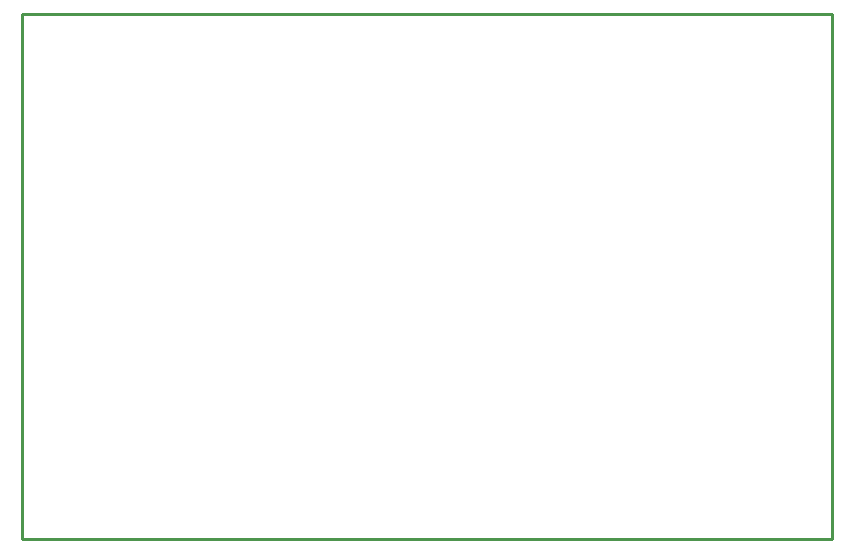
<source format=gko>
G04 EAGLE Gerber RS-274X export*
G75*
%MOMM*%
%FSLAX34Y34*%
%LPD*%
%INBoard Outline*%
%IPPOS*%
%AMOC8*
5,1,8,0,0,1.08239X$1,22.5*%
G01*
%ADD10C,0.000000*%
%ADD11C,0.254000*%


D10*
X0Y0D02*
X685800Y0D01*
X685800Y444500D01*
X0Y444500D01*
X0Y0D01*
D11*
X0Y0D02*
X685800Y0D01*
X685800Y444500D01*
X0Y444500D01*
X0Y0D01*
M02*

</source>
